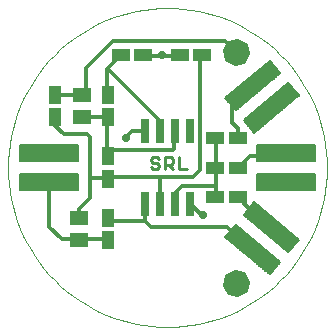
<source format=gtl>
G75*
G70*
%OFA0B0*%
%FSLAX24Y24*%
%IPPOS*%
%LPD*%
%AMOC8*
5,1,8,0,0,1.08239X$1,22.5*
%
%ADD10C,0.0004*%
%ADD11C,0.0100*%
%ADD12R,0.0260X0.0800*%
%ADD13R,0.0591X0.0394*%
%ADD14R,0.0394X0.0591*%
%ADD15R,0.0591X0.0512*%
%ADD16C,0.0060*%
%ADD17C,0.0172*%
%ADD18C,0.0120*%
%ADD19OC8,0.0277*%
D10*
X000111Y005426D02*
X000117Y005687D01*
X000137Y005947D01*
X000169Y006206D01*
X000213Y006463D01*
X000270Y006717D01*
X000340Y006969D01*
X000422Y007217D01*
X000516Y007460D01*
X000621Y007698D01*
X000739Y007931D01*
X000867Y008158D01*
X001007Y008379D01*
X001157Y008592D01*
X001317Y008798D01*
X001488Y008995D01*
X001668Y009184D01*
X001857Y009364D01*
X002054Y009535D01*
X002260Y009695D01*
X002473Y009845D01*
X002694Y009985D01*
X002921Y010113D01*
X003154Y010231D01*
X003392Y010336D01*
X003635Y010430D01*
X003883Y010512D01*
X004135Y010582D01*
X004389Y010639D01*
X004646Y010683D01*
X004905Y010715D01*
X005165Y010735D01*
X005426Y010741D01*
X005687Y010735D01*
X005947Y010715D01*
X006206Y010683D01*
X006463Y010639D01*
X006717Y010582D01*
X006969Y010512D01*
X007217Y010430D01*
X007460Y010336D01*
X007698Y010231D01*
X007931Y010113D01*
X008158Y009985D01*
X008379Y009845D01*
X008592Y009695D01*
X008798Y009535D01*
X008995Y009364D01*
X009184Y009184D01*
X009364Y008995D01*
X009535Y008798D01*
X009695Y008592D01*
X009845Y008379D01*
X009985Y008158D01*
X010113Y007931D01*
X010231Y007698D01*
X010336Y007460D01*
X010430Y007217D01*
X010512Y006969D01*
X010582Y006717D01*
X010639Y006463D01*
X010683Y006206D01*
X010715Y005947D01*
X010735Y005687D01*
X010741Y005426D01*
X010735Y005165D01*
X010715Y004905D01*
X010683Y004646D01*
X010639Y004389D01*
X010582Y004135D01*
X010512Y003883D01*
X010430Y003635D01*
X010336Y003392D01*
X010231Y003154D01*
X010113Y002921D01*
X009985Y002694D01*
X009845Y002473D01*
X009695Y002260D01*
X009535Y002054D01*
X009364Y001857D01*
X009184Y001668D01*
X008995Y001488D01*
X008798Y001317D01*
X008592Y001157D01*
X008379Y001007D01*
X008158Y000867D01*
X007931Y000739D01*
X007698Y000621D01*
X007460Y000516D01*
X007217Y000422D01*
X006969Y000340D01*
X006717Y000270D01*
X006463Y000213D01*
X006206Y000169D01*
X005947Y000137D01*
X005687Y000117D01*
X005426Y000111D01*
X005165Y000117D01*
X004905Y000137D01*
X004646Y000169D01*
X004389Y000213D01*
X004135Y000270D01*
X003883Y000340D01*
X003635Y000422D01*
X003392Y000516D01*
X003154Y000621D01*
X002921Y000739D01*
X002694Y000867D01*
X002473Y001007D01*
X002260Y001157D01*
X002054Y001317D01*
X001857Y001488D01*
X001668Y001668D01*
X001488Y001857D01*
X001317Y002054D01*
X001157Y002260D01*
X001007Y002473D01*
X000867Y002694D01*
X000739Y002921D01*
X000621Y003154D01*
X000516Y003392D01*
X000422Y003635D01*
X000340Y003883D01*
X000270Y004135D01*
X000213Y004389D01*
X000169Y004646D01*
X000137Y004905D01*
X000117Y005165D01*
X000111Y005426D01*
D11*
X004885Y005444D02*
X004952Y005377D01*
X005085Y005377D01*
X005152Y005444D01*
X005152Y005511D01*
X005085Y005578D01*
X004952Y005578D01*
X004885Y005644D01*
X004885Y005711D01*
X004952Y005778D01*
X005085Y005778D01*
X005152Y005711D01*
X005346Y005778D02*
X005546Y005778D01*
X005613Y005711D01*
X005613Y005578D01*
X005546Y005511D01*
X005346Y005511D01*
X005479Y005511D02*
X005613Y005377D01*
X005806Y005377D02*
X006073Y005377D01*
X005806Y005377D02*
X005806Y005778D01*
X005346Y005778D02*
X005346Y005377D01*
D12*
X005176Y004216D03*
X004676Y004216D03*
X005676Y004216D03*
X006176Y004216D03*
X006176Y006636D03*
X005676Y006636D03*
X005176Y006636D03*
X004676Y006636D03*
D13*
X007024Y006410D03*
X007764Y006410D03*
X007764Y005426D03*
X007024Y005426D03*
X007024Y004442D03*
X007764Y004442D03*
X006583Y009166D03*
X005843Y009166D03*
X004615Y009166D03*
X003875Y009166D03*
D14*
X003457Y007843D03*
X003457Y007103D03*
X003457Y005796D03*
X003457Y005056D03*
X003457Y003749D03*
X003457Y003009D03*
X001686Y007103D03*
X001686Y007843D03*
D15*
X002571Y007847D03*
X002571Y007099D03*
X002473Y003753D03*
X002473Y003005D03*
D16*
X002459Y005212D02*
X000519Y005212D01*
X002459Y005212D02*
X002459Y004672D01*
X000519Y004672D01*
X000519Y005212D01*
X000519Y004731D02*
X002459Y004731D01*
X002459Y004790D02*
X000519Y004790D01*
X000519Y004849D02*
X002459Y004849D01*
X002459Y004908D02*
X000519Y004908D01*
X000519Y004967D02*
X002459Y004967D01*
X002459Y005026D02*
X000519Y005026D01*
X000519Y005085D02*
X002459Y005085D01*
X002459Y005144D02*
X000519Y005144D01*
X000519Y005203D02*
X002459Y005203D01*
X002459Y006180D02*
X000519Y006180D01*
X002459Y006180D02*
X002459Y005640D01*
X000519Y005640D01*
X000519Y006180D01*
X000519Y005699D02*
X002459Y005699D01*
X002459Y005758D02*
X000519Y005758D01*
X000519Y005817D02*
X002459Y005817D01*
X002459Y005876D02*
X000519Y005876D01*
X000519Y005935D02*
X002459Y005935D01*
X002459Y005994D02*
X000519Y005994D01*
X000519Y006053D02*
X002459Y006053D01*
X002459Y006112D02*
X000519Y006112D01*
X000519Y006171D02*
X002459Y006171D01*
X007695Y007329D02*
X009180Y008575D01*
X007695Y007329D02*
X007348Y007743D01*
X008833Y008989D01*
X009180Y008575D01*
X007765Y007388D02*
X007646Y007388D01*
X007596Y007447D02*
X007836Y007447D01*
X007906Y007506D02*
X007547Y007506D01*
X007497Y007565D02*
X007976Y007565D01*
X008047Y007624D02*
X007448Y007624D01*
X007398Y007683D02*
X008117Y007683D01*
X008187Y007742D02*
X007349Y007742D01*
X007417Y007801D02*
X008258Y007801D01*
X008328Y007860D02*
X007487Y007860D01*
X007558Y007919D02*
X008398Y007919D01*
X008468Y007978D02*
X007628Y007978D01*
X007698Y008037D02*
X008539Y008037D01*
X008609Y008096D02*
X007769Y008096D01*
X007839Y008155D02*
X008679Y008155D01*
X008750Y008214D02*
X007909Y008214D01*
X007980Y008273D02*
X008820Y008273D01*
X008890Y008332D02*
X008050Y008332D01*
X008120Y008391D02*
X008961Y008391D01*
X009031Y008450D02*
X008191Y008450D01*
X008261Y008509D02*
X009101Y008509D01*
X009172Y008568D02*
X008331Y008568D01*
X008402Y008627D02*
X009136Y008627D01*
X009087Y008686D02*
X008472Y008686D01*
X008542Y008745D02*
X009038Y008745D01*
X008988Y008804D02*
X008613Y008804D01*
X008683Y008863D02*
X008939Y008863D01*
X008889Y008922D02*
X008753Y008922D01*
X008823Y008981D02*
X008840Y008981D01*
X009803Y007833D02*
X008318Y006587D01*
X007971Y007001D01*
X009456Y008247D01*
X009803Y007833D01*
X008388Y006646D02*
X008269Y006646D01*
X008219Y006705D02*
X008459Y006705D01*
X008529Y006764D02*
X008170Y006764D01*
X008120Y006823D02*
X008599Y006823D01*
X008670Y006882D02*
X008071Y006882D01*
X008021Y006941D02*
X008740Y006941D01*
X008810Y007000D02*
X007972Y007000D01*
X008040Y007059D02*
X008881Y007059D01*
X008951Y007118D02*
X008110Y007118D01*
X008181Y007177D02*
X009021Y007177D01*
X009091Y007236D02*
X008251Y007236D01*
X008321Y007295D02*
X009162Y007295D01*
X009232Y007354D02*
X008392Y007354D01*
X008462Y007413D02*
X009302Y007413D01*
X009373Y007472D02*
X008532Y007472D01*
X008603Y007531D02*
X009443Y007531D01*
X009513Y007590D02*
X008673Y007590D01*
X008743Y007649D02*
X009584Y007649D01*
X009654Y007708D02*
X008814Y007708D01*
X008884Y007767D02*
X009724Y007767D01*
X009795Y007826D02*
X008954Y007826D01*
X009025Y007885D02*
X009759Y007885D01*
X009710Y007944D02*
X009095Y007944D01*
X009165Y008003D02*
X009661Y008003D01*
X009611Y008062D02*
X009236Y008062D01*
X009306Y008121D02*
X009562Y008121D01*
X009512Y008180D02*
X009376Y008180D01*
X009446Y008239D02*
X009463Y008239D01*
X010333Y005640D02*
X008393Y005640D01*
X008393Y006180D01*
X010333Y006180D01*
X010333Y005640D01*
X010333Y005699D02*
X008393Y005699D01*
X008393Y005758D02*
X010333Y005758D01*
X010333Y005817D02*
X008393Y005817D01*
X008393Y005876D02*
X010333Y005876D01*
X010333Y005935D02*
X008393Y005935D01*
X008393Y005994D02*
X010333Y005994D01*
X010333Y006053D02*
X008393Y006053D01*
X008393Y006112D02*
X010333Y006112D01*
X010333Y006171D02*
X008393Y006171D01*
X008393Y004672D02*
X010333Y004672D01*
X008393Y004672D02*
X008393Y005212D01*
X010333Y005212D01*
X010333Y004672D01*
X010333Y004731D02*
X008393Y004731D01*
X008393Y004790D02*
X010333Y004790D01*
X010333Y004849D02*
X008393Y004849D01*
X008393Y004908D02*
X010333Y004908D01*
X010333Y004967D02*
X008393Y004967D01*
X008393Y005026D02*
X010333Y005026D01*
X010333Y005085D02*
X008393Y005085D01*
X008393Y005144D02*
X010333Y005144D01*
X010333Y005203D02*
X008393Y005203D01*
X007971Y003851D02*
X009456Y002605D01*
X007971Y003851D02*
X008318Y004265D01*
X009803Y003019D01*
X009456Y002605D01*
X009505Y002664D02*
X009386Y002664D01*
X009315Y002723D02*
X009555Y002723D01*
X009604Y002782D02*
X009245Y002782D01*
X009175Y002841D02*
X009654Y002841D01*
X009703Y002900D02*
X009104Y002900D01*
X009034Y002959D02*
X009753Y002959D01*
X009802Y003018D02*
X008964Y003018D01*
X008893Y003077D02*
X009734Y003077D01*
X009664Y003136D02*
X008823Y003136D01*
X008753Y003195D02*
X009593Y003195D01*
X009523Y003254D02*
X008683Y003254D01*
X008612Y003313D02*
X009453Y003313D01*
X009382Y003372D02*
X008542Y003372D01*
X008472Y003431D02*
X009312Y003431D01*
X009242Y003490D02*
X008401Y003490D01*
X008331Y003549D02*
X009171Y003549D01*
X009101Y003608D02*
X008261Y003608D01*
X008190Y003667D02*
X009031Y003667D01*
X008960Y003726D02*
X008120Y003726D01*
X008050Y003785D02*
X008890Y003785D01*
X008820Y003844D02*
X007979Y003844D01*
X008015Y003903D02*
X008749Y003903D01*
X008679Y003962D02*
X008064Y003962D01*
X008113Y004021D02*
X008609Y004021D01*
X008538Y004080D02*
X008163Y004080D01*
X008212Y004139D02*
X008468Y004139D01*
X008398Y004198D02*
X008262Y004198D01*
X008311Y004257D02*
X008328Y004257D01*
X007348Y003109D02*
X008833Y001863D01*
X007348Y003109D02*
X007695Y003523D01*
X009180Y002277D01*
X008833Y001863D01*
X008882Y001922D02*
X008763Y001922D01*
X008692Y001981D02*
X008932Y001981D01*
X008981Y002040D02*
X008622Y002040D01*
X008552Y002099D02*
X009031Y002099D01*
X009080Y002158D02*
X008481Y002158D01*
X008411Y002217D02*
X009130Y002217D01*
X009179Y002276D02*
X008341Y002276D01*
X008270Y002335D02*
X009111Y002335D01*
X009041Y002394D02*
X008200Y002394D01*
X008130Y002453D02*
X008970Y002453D01*
X008900Y002512D02*
X008060Y002512D01*
X007989Y002571D02*
X008830Y002571D01*
X008759Y002630D02*
X007919Y002630D01*
X007849Y002689D02*
X008689Y002689D01*
X008619Y002748D02*
X007778Y002748D01*
X007708Y002807D02*
X008548Y002807D01*
X008478Y002866D02*
X007638Y002866D01*
X007567Y002925D02*
X008408Y002925D01*
X008337Y002984D02*
X007497Y002984D01*
X007427Y003043D02*
X008267Y003043D01*
X008197Y003102D02*
X007356Y003102D01*
X007392Y003161D02*
X008126Y003161D01*
X008056Y003220D02*
X007441Y003220D01*
X007490Y003279D02*
X007986Y003279D01*
X007915Y003338D02*
X007540Y003338D01*
X007589Y003397D02*
X007845Y003397D01*
X007775Y003456D02*
X007639Y003456D01*
X007688Y003515D02*
X007705Y003515D01*
D17*
X007991Y001531D02*
X008077Y001617D01*
X008003Y001342D01*
X007758Y001200D01*
X007483Y001274D01*
X007341Y001519D01*
X007415Y001794D01*
X007660Y001936D01*
X007935Y001862D01*
X008077Y001617D01*
X007939Y001598D01*
X007893Y001427D01*
X007739Y001338D01*
X007568Y001384D01*
X007479Y001538D01*
X007525Y001709D01*
X007679Y001798D01*
X007850Y001752D01*
X007939Y001598D01*
X007800Y001580D01*
X007782Y001512D01*
X007721Y001477D01*
X007653Y001495D01*
X007618Y001556D01*
X007636Y001624D01*
X007697Y001659D01*
X007765Y001641D01*
X007800Y001580D01*
X007992Y009322D02*
X008078Y009236D01*
X007935Y008989D01*
X007661Y008915D01*
X007414Y009058D01*
X007340Y009332D01*
X007483Y009579D01*
X007757Y009653D01*
X008004Y009510D01*
X008078Y009236D01*
X007939Y009254D01*
X007850Y009100D01*
X007679Y009054D01*
X007525Y009143D01*
X007479Y009314D01*
X007568Y009468D01*
X007739Y009514D01*
X007893Y009425D01*
X007939Y009254D01*
X007801Y009273D01*
X007765Y009210D01*
X007698Y009192D01*
X007635Y009228D01*
X007617Y009295D01*
X007653Y009358D01*
X007720Y009376D01*
X007783Y009340D01*
X007801Y009273D01*
D18*
X001917Y003029D02*
X001489Y003457D01*
X001489Y004942D01*
X001508Y005908D02*
X002257Y005908D01*
X002257Y005938D01*
X001961Y006528D02*
X001686Y006804D01*
X001686Y007103D01*
X001961Y006528D02*
X002749Y006528D01*
X002827Y006449D01*
X002827Y005032D01*
X002827Y004402D01*
X002768Y004343D01*
X002473Y004048D01*
X002473Y003753D01*
X002650Y003064D02*
X002473Y003005D01*
X002694Y003029D01*
X003408Y003029D01*
X003457Y003009D01*
X003550Y003656D02*
X003457Y003749D01*
X003481Y003851D01*
X003550Y003656D02*
X004046Y003656D01*
X004676Y003656D01*
X004875Y003457D01*
X007394Y003457D01*
X007788Y003064D01*
X007893Y003064D01*
X008264Y002693D01*
X008728Y002339D01*
X008887Y003435D02*
X008808Y003458D01*
X008758Y003458D01*
X007808Y004408D01*
X007764Y004442D01*
X007058Y004458D02*
X007024Y004442D01*
X007058Y004458D02*
X007058Y004808D01*
X007008Y004808D01*
X005908Y004808D01*
X005708Y004608D01*
X005676Y004216D01*
X005708Y004308D01*
X005708Y004558D01*
X005708Y004258D02*
X005676Y004216D01*
X005208Y004258D02*
X005176Y004216D01*
X005208Y004308D01*
X005208Y004558D01*
X005190Y004576D01*
X005190Y005111D01*
X003481Y005111D01*
X003457Y005056D01*
X003508Y005058D01*
X003457Y005056D02*
X003408Y005086D01*
X002852Y005086D01*
X002827Y005032D01*
X003408Y005808D02*
X003457Y005796D01*
X003458Y005808D01*
X003408Y005808D02*
X003408Y006016D01*
X005623Y006016D01*
X005658Y006051D01*
X005658Y006608D01*
X005676Y006636D01*
X005176Y006636D02*
X005158Y007008D01*
X003458Y008708D01*
X003408Y008708D01*
X003858Y009158D01*
X003875Y009166D01*
X003408Y008708D02*
X003408Y007858D01*
X003457Y007843D01*
X003408Y007808D01*
X002708Y007858D02*
X002571Y007847D01*
X002666Y007843D01*
X001686Y007843D01*
X002571Y007099D02*
X002674Y007103D01*
X003457Y007103D01*
X003408Y006958D01*
X003408Y006016D01*
X004048Y006410D02*
X004058Y006458D01*
X004258Y006658D01*
X004608Y006658D01*
X004676Y006636D01*
X004658Y006658D01*
X005158Y006658D02*
X005176Y006636D01*
X005158Y006658D02*
X005158Y006958D01*
X006508Y006658D02*
X006508Y005858D01*
X006508Y005720D01*
X006508Y005327D01*
X006292Y005111D01*
X005190Y005111D01*
X004676Y004216D02*
X004658Y004158D01*
X004658Y004208D02*
X004676Y004216D01*
X004676Y003656D01*
X006176Y004216D02*
X006208Y004208D01*
X006558Y003858D01*
X006607Y003851D01*
X007058Y004808D02*
X007058Y005408D01*
X007024Y005426D01*
X007058Y005508D01*
X007058Y006358D01*
X007024Y006410D01*
X007058Y006408D01*
X006508Y006658D02*
X006508Y009090D01*
X006583Y009166D01*
X006558Y009058D01*
X006558Y009108D02*
X006583Y009166D01*
X006558Y009158D01*
X007058Y009658D02*
X007099Y009658D01*
X007158Y009658D01*
X007358Y009658D01*
X007708Y009308D01*
X007709Y009284D01*
X007058Y009658D02*
X003608Y009658D01*
X002708Y008758D01*
X002708Y007858D01*
X002571Y007099D02*
X002670Y007024D01*
X003408Y007008D02*
X003457Y007103D01*
X001508Y005908D02*
X001489Y005910D01*
X001917Y003029D02*
X002558Y003029D01*
X002658Y003029D01*
X002473Y003005D01*
X002708Y003029D01*
X007024Y005426D02*
X007058Y005458D01*
X007764Y005426D02*
X007808Y005458D01*
X007820Y005458D01*
X008182Y005820D01*
X009272Y005820D01*
X009363Y005910D01*
X009308Y005808D01*
X009363Y005796D02*
X009363Y005910D01*
X009363Y004942D02*
X009988Y004938D01*
X009363Y004942D02*
X009358Y004858D01*
X009358Y004908D02*
X009363Y004942D01*
X008858Y003458D02*
X008887Y003435D01*
X007764Y006410D02*
X007764Y006729D01*
X007591Y006902D01*
X007591Y007489D01*
X008037Y007934D01*
X007808Y007708D01*
X007708Y007608D01*
X007808Y007758D02*
X008208Y008158D01*
X008264Y008159D01*
X008037Y007934D01*
X008258Y008158D02*
X008264Y008159D01*
X008887Y007417D02*
X008908Y007408D01*
X009363Y007788D01*
X005843Y009166D02*
X005658Y009158D01*
X005258Y009158D01*
X005229Y009166D01*
X005208Y009158D01*
X004758Y009158D01*
X004615Y009166D01*
X004708Y009161D01*
X004658Y009161D02*
X004615Y009166D01*
X005708Y009161D02*
X005843Y009166D01*
X005758Y009161D01*
X005843Y009166D02*
X005745Y009068D01*
D19*
X005229Y009166D03*
X004048Y006410D03*
X002257Y005938D03*
X006607Y003851D03*
X008728Y002339D03*
X009988Y004938D03*
X009363Y007788D03*
M02*

</source>
